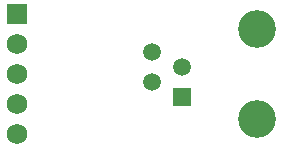
<source format=gts>
G04 (created by PCBNEW (22-Jun-2014 BZR 4027)-stable) date Wed 04 Apr 2018 02:57:09 AM CDT*
%MOIN*%
G04 Gerber Fmt 3.4, Leading zero omitted, Abs format*
%FSLAX34Y34*%
G01*
G70*
G90*
G04 APERTURE LIST*
%ADD10C,0.00590551*%
%ADD11R,0.069X0.069*%
%ADD12C,0.069*%
%ADD13C,0.059*%
%ADD14R,0.059X0.059*%
%ADD15C,0.125984*%
G04 APERTURE END LIST*
G54D10*
G54D11*
X68500Y-41750D03*
G54D12*
X68500Y-42750D03*
X68500Y-43750D03*
X68500Y-44750D03*
X68500Y-45750D03*
G54D13*
X73000Y-44000D03*
X73000Y-43000D03*
G54D14*
X74000Y-44500D03*
G54D13*
X74000Y-43500D03*
G54D15*
X76500Y-42251D03*
X76500Y-45251D03*
M02*

</source>
